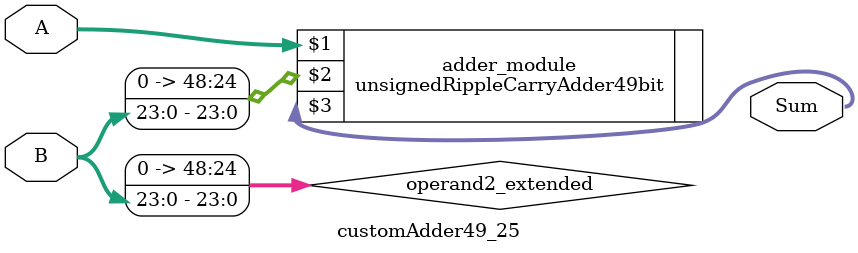
<source format=v>
module customAdder49_25(
                        input [48 : 0] A,
                        input [23 : 0] B,
                        
                        output [49 : 0] Sum
                );

        wire [48 : 0] operand2_extended;
        
        assign operand2_extended =  {25'b0, B};
        
        unsignedRippleCarryAdder49bit adder_module(
            A,
            operand2_extended,
            Sum
        );
        
        endmodule
        
</source>
